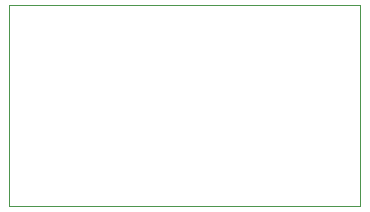
<source format=gbr>
%TF.GenerationSoftware,KiCad,Pcbnew,7.0.6-1.fc38*%
%TF.CreationDate,2023-08-14T18:08:00+02:00*%
%TF.ProjectId,ESP12F_PROGRAMMER,45535031-3246-45f5-9052-4f4752414d4d,rev?*%
%TF.SameCoordinates,Original*%
%TF.FileFunction,Profile,NP*%
%FSLAX46Y46*%
G04 Gerber Fmt 4.6, Leading zero omitted, Abs format (unit mm)*
G04 Created by KiCad (PCBNEW 7.0.6-1.fc38) date 2023-08-14 18:08:00*
%MOMM*%
%LPD*%
G01*
G04 APERTURE LIST*
%TA.AperFunction,Profile*%
%ADD10C,0.100000*%
%TD*%
G04 APERTURE END LIST*
D10*
X113411000Y-89281000D02*
X143129000Y-89281000D01*
X143129000Y-106299000D01*
X113411000Y-106299000D01*
X113411000Y-89281000D01*
M02*

</source>
